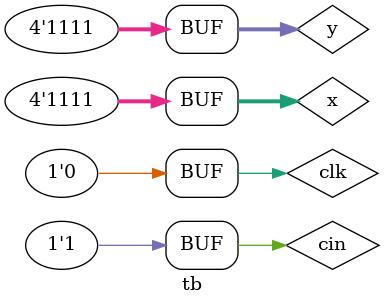
<source format=v>
`timescale 1ns / 1ps

`include "top.v"

module tb;

  reg clk;
  reg cin;
  reg [4:1] x;
  reg [4:1] y;

  wire cout;
  wire [4:1] z;

  
  toplevel top1(
    .clk  (clk ) ,
    .x    (x   ) ,
    .y    (y   ) ,
    .cin  (cin ) ,
    .cout (cout) ,
    .z    (z   )
  );

  initial begin 
    $dumpfile("test.vcd");
    $dumpvars(0,tb);
    clk=0;
    x=4'b0000; y=4'b0000; cin=0;
    // #3 cin=0;x=4'b0000;y=4'b0000; clk=~clk; #3 clk=~clk;
    // #3 cin=1;x=4'b0001;y=4'b0010; clk=~clk; #3 clk=~clk;
    // #3 cin=0;x=4'b0011;y=4'b0010; clk=~clk; #3 clk=~clk;
    // #3 cin=1;x=4'b0010;y=4'b0010; clk=~clk; #3 clk=~clk;
    // #3 clk=~clk; 

    #3 x=4'b0000; y=4'b0000; cin=0; clk=~clk; #3 clk=~clk;
    #3 x=4'b0000; y=4'b0000; cin=1; clk=~clk; #3 clk=~clk;
    #3 x=4'b0000; y=4'b0001; cin=0; clk=~clk; #3 clk=~clk;
    #3 x=4'b0000; y=4'b0001; cin=1; clk=~clk; #3 clk=~clk;
    #3 x=4'b0000; y=4'b0010; cin=0; clk=~clk; #3 clk=~clk;
    #3 x=4'b0000; y=4'b0010; cin=1; clk=~clk; #3 clk=~clk;
    #3 x=4'b0000; y=4'b0011; cin=0; clk=~clk; #3 clk=~clk;    
    #3 x=4'b0000; y=4'b0011; cin=1; clk=~clk; #3 clk=~clk;
    #3 x=4'b0000; y=4'b0100; cin=0; clk=~clk; #3 clk=~clk;
    #3 x=4'b0000; y=4'b0100; cin=1; clk=~clk; #3 clk=~clk;
    #3 x=4'b0000; y=4'b0101; cin=0; clk=~clk; #3 clk=~clk;
    #3 x=4'b0000; y=4'b0101; cin=1; clk=~clk; #3 clk=~clk;
    #3 x=4'b0000; y=4'b0110; cin=0; clk=~clk; #3 clk=~clk;
    #3 x=4'b0000; y=4'b0110; cin=1; clk=~clk; #3 clk=~clk;
    #3 x=4'b0000; y=4'b0111; cin=0; clk=~clk; #3 clk=~clk;
    #3 x=4'b0000; y=4'b0111; cin=1; clk=~clk; #3 clk=~clk;
    #3 x=4'b0000; y=4'b1000; cin=0; clk=~clk; #3 clk=~clk;
    #3 x=4'b0000; y=4'b1000; cin=1; clk=~clk; #3 clk=~clk;
    #3 x=4'b0000; y=4'b1001; cin=0; clk=~clk; #3 clk=~clk;
    #3 x=4'b0000; y=4'b1001; cin=1; clk=~clk; #3 clk=~clk;
    #3 x=4'b0000; y=4'b1010; cin=0; clk=~clk; #3 clk=~clk;
    #3 x=4'b0000; y=4'b1010; cin=1; clk=~clk; #3 clk=~clk;
    #3 x=4'b0000; y=4'b1011; cin=0; clk=~clk; #3 clk=~clk;
    #3 x=4'b0000; y=4'b1011; cin=1; clk=~clk; #3 clk=~clk;
    #3 x=4'b0000; y=4'b1100; cin=0; clk=~clk; #3 clk=~clk;
    #3 x=4'b0000; y=4'b1100; cin=1; clk=~clk; #3 clk=~clk;
    #3 x=4'b0000; y=4'b1101; cin=0; clk=~clk; #3 clk=~clk;
    #3 x=4'b0000; y=4'b1101; cin=1; clk=~clk; #3 clk=~clk;
    #3 x=4'b0000; y=4'b1110; cin=0; clk=~clk; #3 clk=~clk;    
    #3 x=4'b0000; y=4'b1110; cin=1; clk=~clk; #3 clk=~clk;
    #3 x=4'b0000; y=4'b1111; cin=0; clk=~clk; #3 clk=~clk;
    #3 x=4'b0000; y=4'b1111; cin=1; clk=~clk; #3 clk=~clk;
    #3 x=4'b0001; y=4'b0000; cin=0; clk=~clk; #3 clk=~clk;
    #3 x=4'b0001; y=4'b0000; cin=1; clk=~clk; #3 clk=~clk;
    #3 x=4'b0001; y=4'b0001; cin=0; clk=~clk; #3 clk=~clk;
    #3 x=4'b0001; y=4'b0001; cin=1; clk=~clk; #3 clk=~clk;
    #3 x=4'b0001; y=4'b0010; cin=0; clk=~clk; #3 clk=~clk;
    #3 x=4'b0001; y=4'b0010; cin=1; clk=~clk; #3 clk=~clk;
    #3 x=4'b0001; y=4'b0011; cin=0; clk=~clk; #3 clk=~clk;
    #3 x=4'b0001; y=4'b0011; cin=1; clk=~clk; #3 clk=~clk;
    #3 x=4'b0001; y=4'b0100; cin=0; clk=~clk; #3 clk=~clk;
    #3 x=4'b0001; y=4'b0100; cin=1; clk=~clk; #3 clk=~clk;
    #3 x=4'b0001; y=4'b0101; cin=0; clk=~clk; #3 clk=~clk;
    #3 x=4'b0001; y=4'b0101; cin=1; clk=~clk; #3 clk=~clk;
    #3 x=4'b0001; y=4'b0110; cin=0; clk=~clk; #3 clk=~clk;
    #3 x=4'b0001; y=4'b0110; cin=1; clk=~clk; #3 clk=~clk;
    #3 x=4'b0001; y=4'b0111; cin=0; clk=~clk; #3 clk=~clk;
    #3 x=4'b0001; y=4'b0111; cin=1; clk=~clk; #3 clk=~clk;
    #3 x=4'b0001; y=4'b1000; cin=0; clk=~clk; #3 clk=~clk;
    #3 x=4'b0001; y=4'b1000; cin=1; clk=~clk; #3 clk=~clk;
    #3 x=4'b0001; y=4'b1001; cin=0; clk=~clk; #3 clk=~clk;    
    #3 x=4'b0001; y=4'b1001; cin=1; clk=~clk; #3 clk=~clk;
    #3 x=4'b0001; y=4'b1010; cin=0; clk=~clk; #3 clk=~clk;
    #3 x=4'b0001; y=4'b1010; cin=1; clk=~clk; #3 clk=~clk;
    #3 x=4'b0001; y=4'b1011; cin=0; clk=~clk; #3 clk=~clk;
    #3 x=4'b0001; y=4'b1011; cin=1; clk=~clk; #3 clk=~clk;
    #3 x=4'b0001; y=4'b1100; cin=0; clk=~clk; #3 clk=~clk;
    #3 x=4'b0001; y=4'b1100; cin=1; clk=~clk; #3 clk=~clk;
    #3 x=4'b0001; y=4'b1101; cin=0; clk=~clk; #3 clk=~clk;
    #3 x=4'b0001; y=4'b1101; cin=1; clk=~clk; #3 clk=~clk;
    #3 x=4'b0001; y=4'b1110; cin=0; clk=~clk; #3 clk=~clk;
    #3 x=4'b0001; y=4'b1110; cin=1; clk=~clk; #3 clk=~clk;
    #3 x=4'b0001; y=4'b1111; cin=0; clk=~clk; #3 clk=~clk;
    #3 x=4'b0001; y=4'b1111; cin=1; clk=~clk; #3 clk=~clk;
    #3 x=4'b0010; y=4'b0000; cin=0; clk=~clk; #3 clk=~clk;
    #3 x=4'b0010; y=4'b0000; cin=1; clk=~clk; #3 clk=~clk;
    #3 x=4'b0010; y=4'b0001; cin=0; clk=~clk; #3 clk=~clk;
    #3 x=4'b0010; y=4'b0001; cin=1; clk=~clk; #3 clk=~clk;
    #3 x=4'b0010; y=4'b0010; cin=0; clk=~clk; #3 clk=~clk;
    #3 x=4'b0010; y=4'b0010; cin=1; clk=~clk; #3 clk=~clk;
    #3 x=4'b0010; y=4'b0011; cin=0; clk=~clk; #3 clk=~clk;    
    #3 x=4'b0010; y=4'b0011; cin=1; clk=~clk; #3 clk=~clk;
    #3 x=4'b0010; y=4'b0100; cin=0; clk=~clk; #3 clk=~clk;
    #3 x=4'b0010; y=4'b0100; cin=1; clk=~clk; #3 clk=~clk;
    #3 x=4'b0010; y=4'b0101; cin=0; clk=~clk; #3 clk=~clk;
    #3 x=4'b0010; y=4'b0101; cin=1; clk=~clk; #3 clk=~clk;
    #3 x=4'b0010; y=4'b0110; cin=0; clk=~clk; #3 clk=~clk;
    #3 x=4'b0010; y=4'b0110; cin=1; clk=~clk; #3 clk=~clk;
    #3 x=4'b0010; y=4'b0111; cin=0; clk=~clk; #3 clk=~clk;
    #3 x=4'b0010; y=4'b0111; cin=1; clk=~clk; #3 clk=~clk;
    #3 x=4'b0010; y=4'b1000; cin=0; clk=~clk; #3 clk=~clk;
    #3 x=4'b0010; y=4'b1000; cin=1; clk=~clk; #3 clk=~clk;
    #3 x=4'b0010; y=4'b1001; cin=0; clk=~clk; #3 clk=~clk;
    #3 x=4'b0010; y=4'b1001; cin=1; clk=~clk; #3 clk=~clk;
    #3 x=4'b0010; y=4'b1010; cin=0; clk=~clk; #3 clk=~clk;
    #3 x=4'b0010; y=4'b1010; cin=1; clk=~clk; #3 clk=~clk;
    #3 x=4'b0010; y=4'b1011; cin=0; clk=~clk; #3 clk=~clk;
    #3 x=4'b0010; y=4'b1011; cin=1; clk=~clk; #3 clk=~clk;
    #3 x=4'b0010; y=4'b1100; cin=0; clk=~clk; #3 clk=~clk;
    #3 x=4'b0010; y=4'b1100; cin=1; clk=~clk; #3 clk=~clk;
    #3 x=4'b0010; y=4'b1101; cin=0; clk=~clk; #3 clk=~clk;
    #3 x=4'b0010; y=4'b1101; cin=1; clk=~clk; #3 clk=~clk;
    #3 x=4'b0010; y=4'b1110; cin=0; clk=~clk; #3 clk=~clk;    
    #3 x=4'b0010; y=4'b1110; cin=1; clk=~clk; #3 clk=~clk;
    #3 x=4'b0010; y=4'b1111; cin=0; clk=~clk; #3 clk=~clk;
    #3 x=4'b0010; y=4'b1111; cin=1; clk=~clk; #3 clk=~clk;
    #3 x=4'b0011; y=4'b0000; cin=0; clk=~clk; #3 clk=~clk;
    #3 x=4'b0011; y=4'b0000; cin=1; clk=~clk; #3 clk=~clk;
    #3 x=4'b0011; y=4'b0001; cin=0; clk=~clk; #3 clk=~clk;
    #3 x=4'b0011; y=4'b0001; cin=1; clk=~clk; #3 clk=~clk;
    #3 x=4'b0011; y=4'b0010; cin=0; clk=~clk; #3 clk=~clk;
    #3 x=4'b0011; y=4'b0010; cin=1; clk=~clk; #3 clk=~clk;
    #3 x=4'b0011; y=4'b0011; cin=0; clk=~clk; #3 clk=~clk;
    #3 x=4'b0011; y=4'b0011; cin=1; clk=~clk; #3 clk=~clk;
    #3 x=4'b0011; y=4'b0100; cin=0; clk=~clk; #3 clk=~clk;
    #3 x=4'b0011; y=4'b0100; cin=1; clk=~clk; #3 clk=~clk;
    #3 x=4'b0011; y=4'b0101; cin=0; clk=~clk; #3 clk=~clk;
    #3 x=4'b0011; y=4'b0101; cin=1; clk=~clk; #3 clk=~clk;
    #3 x=4'b0011; y=4'b0110; cin=0; clk=~clk; #3 clk=~clk;
    #3 x=4'b0011; y=4'b0110; cin=1; clk=~clk; #3 clk=~clk;
    #3 x=4'b0011; y=4'b0111; cin=0; clk=~clk; #3 clk=~clk;
    #3 x=4'b0011; y=4'b0111; cin=1; clk=~clk; #3 clk=~clk;
    #3 x=4'b0011; y=4'b1000; cin=0; clk=~clk; #3 clk=~clk;
    #3 x=4'b0011; y=4'b1000; cin=1; clk=~clk; #3 clk=~clk;
    #3 x=4'b0011; y=4'b1001; cin=0; clk=~clk; #3 clk=~clk;    
    #3 x=4'b0011; y=4'b1001; cin=1; clk=~clk; #3 clk=~clk;
    #3 x=4'b0011; y=4'b1010; cin=0; clk=~clk; #3 clk=~clk;
    #3 x=4'b0011; y=4'b1010; cin=1; clk=~clk; #3 clk=~clk;
    #3 x=4'b0011; y=4'b1011; cin=0; clk=~clk; #3 clk=~clk;
    #3 x=4'b0011; y=4'b1011; cin=1; clk=~clk; #3 clk=~clk;
    #3 x=4'b0011; y=4'b1100; cin=0; clk=~clk; #3 clk=~clk;
    #3 x=4'b0011; y=4'b1100; cin=1; clk=~clk; #3 clk=~clk;
    #3 x=4'b0011; y=4'b1101; cin=0; clk=~clk; #3 clk=~clk;
    #3 x=4'b0011; y=4'b1101; cin=1; clk=~clk; #3 clk=~clk;
    #3 x=4'b0011; y=4'b1110; cin=0; clk=~clk; #3 clk=~clk;
    #3 x=4'b0011; y=4'b1110; cin=1; clk=~clk; #3 clk=~clk;
    #3 x=4'b0011; y=4'b1111; cin=0; clk=~clk; #3 clk=~clk;
    #3 x=4'b0011; y=4'b1111; cin=1; clk=~clk; #3 clk=~clk;
    #3 x=4'b0100; y=4'b0000; cin=0; clk=~clk; #3 clk=~clk;
    #3 x=4'b0100; y=4'b0000; cin=1; clk=~clk; #3 clk=~clk;
    #3 x=4'b0100; y=4'b0001; cin=0; clk=~clk; #3 clk=~clk;
    #3 x=4'b0100; y=4'b0001; cin=1; clk=~clk; #3 clk=~clk;
    #3 x=4'b0100; y=4'b0010; cin=0; clk=~clk; #3 clk=~clk;
    #3 x=4'b0100; y=4'b0010; cin=1; clk=~clk; #3 clk=~clk;
    #3 x=4'b0100; y=4'b0011; cin=0; clk=~clk; #3 clk=~clk;    
    #3 x=4'b0100; y=4'b0011; cin=1; clk=~clk; #3 clk=~clk;
    #3 x=4'b0100; y=4'b0100; cin=0; clk=~clk; #3 clk=~clk;
    #3 x=4'b0100; y=4'b0100; cin=1; clk=~clk; #3 clk=~clk;
    #3 x=4'b0100; y=4'b0101; cin=0; clk=~clk; #3 clk=~clk;
    #3 x=4'b0100; y=4'b0101; cin=1; clk=~clk; #3 clk=~clk;
    #3 x=4'b0100; y=4'b0110; cin=0; clk=~clk; #3 clk=~clk;
    #3 x=4'b0100; y=4'b0110; cin=1; clk=~clk; #3 clk=~clk;
    #3 x=4'b0100; y=4'b0111; cin=0; clk=~clk; #3 clk=~clk;
    #3 x=4'b0100; y=4'b0111; cin=1; clk=~clk; #3 clk=~clk;
    #3 x=4'b0100; y=4'b1000; cin=0; clk=~clk; #3 clk=~clk;
    #3 x=4'b0100; y=4'b1000; cin=1; clk=~clk; #3 clk=~clk;
    #3 x=4'b0100; y=4'b1001; cin=0; clk=~clk; #3 clk=~clk;
    #3 x=4'b0100; y=4'b1001; cin=1; clk=~clk; #3 clk=~clk;
    #3 x=4'b0100; y=4'b1010; cin=0; clk=~clk; #3 clk=~clk;
    #3 x=4'b0100; y=4'b1010; cin=1; clk=~clk; #3 clk=~clk;
    #3 x=4'b0100; y=4'b1011; cin=0; clk=~clk; #3 clk=~clk;
    #3 x=4'b0100; y=4'b1011; cin=1; clk=~clk; #3 clk=~clk;
    #3 x=4'b0100; y=4'b1100; cin=0; clk=~clk; #3 clk=~clk;
    #3 x=4'b0100; y=4'b1100; cin=1; clk=~clk; #3 clk=~clk;
    #3 x=4'b0100; y=4'b1101; cin=0; clk=~clk; #3 clk=~clk;
    #3 x=4'b0100; y=4'b1101; cin=1; clk=~clk; #3 clk=~clk;
    #3 x=4'b0100; y=4'b1110; cin=0; clk=~clk; #3 clk=~clk;    
    #3 x=4'b0100; y=4'b1110; cin=1; clk=~clk; #3 clk=~clk;
    #3 x=4'b0100; y=4'b1111; cin=0; clk=~clk; #3 clk=~clk;
    #3 x=4'b0100; y=4'b1111; cin=1; clk=~clk; #3 clk=~clk;
    #3 x=4'b0101; y=4'b0000; cin=0; clk=~clk; #3 clk=~clk;
    #3 x=4'b0101; y=4'b0000; cin=1; clk=~clk; #3 clk=~clk;
    #3 x=4'b0101; y=4'b0001; cin=0; clk=~clk; #3 clk=~clk;
    #3 x=4'b0101; y=4'b0001; cin=1; clk=~clk; #3 clk=~clk;
    #3 x=4'b0101; y=4'b0010; cin=0; clk=~clk; #3 clk=~clk;
    #3 x=4'b0101; y=4'b0010; cin=1; clk=~clk; #3 clk=~clk;
    #3 x=4'b0101; y=4'b0011; cin=0; clk=~clk; #3 clk=~clk;
    #3 x=4'b0101; y=4'b0011; cin=1; clk=~clk; #3 clk=~clk;
    #3 x=4'b0101; y=4'b0100; cin=0; clk=~clk; #3 clk=~clk;
    #3 x=4'b0101; y=4'b0100; cin=1; clk=~clk; #3 clk=~clk;
    #3 x=4'b0101; y=4'b0101; cin=0; clk=~clk; #3 clk=~clk;
    #3 x=4'b0101; y=4'b0101; cin=1; clk=~clk; #3 clk=~clk;
    #3 x=4'b0101; y=4'b0110; cin=0; clk=~clk; #3 clk=~clk;
    #3 x=4'b0101; y=4'b0110; cin=1; clk=~clk; #3 clk=~clk;
    #3 x=4'b0101; y=4'b0111; cin=0; clk=~clk; #3 clk=~clk;
    #3 x=4'b0101; y=4'b0111; cin=1; clk=~clk; #3 clk=~clk;
    #3 x=4'b0101; y=4'b1000; cin=0; clk=~clk; #3 clk=~clk;
    #3 x=4'b0101; y=4'b1000; cin=1; clk=~clk; #3 clk=~clk;
    #3 x=4'b0101; y=4'b1001; cin=0; clk=~clk; #3 clk=~clk;    
    #3 x=4'b0101; y=4'b1001; cin=1; clk=~clk; #3 clk=~clk;
    #3 x=4'b0101; y=4'b1010; cin=0; clk=~clk; #3 clk=~clk;
    #3 x=4'b0101; y=4'b1010; cin=1; clk=~clk; #3 clk=~clk;
    #3 x=4'b0101; y=4'b1011; cin=0; clk=~clk; #3 clk=~clk;
    #3 x=4'b0101; y=4'b1011; cin=1; clk=~clk; #3 clk=~clk;
    #3 x=4'b0101; y=4'b1100; cin=0; clk=~clk; #3 clk=~clk;
    #3 x=4'b0101; y=4'b1100; cin=1; clk=~clk; #3 clk=~clk;
    #3 x=4'b0101; y=4'b1101; cin=0; clk=~clk; #3 clk=~clk;
    #3 x=4'b0101; y=4'b1101; cin=1; clk=~clk; #3 clk=~clk;
    #3 x=4'b0101; y=4'b1110; cin=0; clk=~clk; #3 clk=~clk;
    #3 x=4'b0101; y=4'b1110; cin=1; clk=~clk; #3 clk=~clk;
    #3 x=4'b0101; y=4'b1111; cin=0; clk=~clk; #3 clk=~clk;
    #3 x=4'b0101; y=4'b1111; cin=1; clk=~clk; #3 clk=~clk;
    #3 x=4'b0110; y=4'b0000; cin=0; clk=~clk; #3 clk=~clk;
    #3 x=4'b0110; y=4'b0000; cin=1; clk=~clk; #3 clk=~clk;
    #3 x=4'b0110; y=4'b0001; cin=0; clk=~clk; #3 clk=~clk;
    #3 x=4'b0110; y=4'b0001; cin=1; clk=~clk; #3 clk=~clk;
    #3 x=4'b0110; y=4'b0010; cin=0; clk=~clk; #3 clk=~clk;
    #3 x=4'b0110; y=4'b0010; cin=1; clk=~clk; #3 clk=~clk;
    #3 x=4'b0110; y=4'b0011; cin=0; clk=~clk; #3 clk=~clk;    
    #3 x=4'b0110; y=4'b0011; cin=1; clk=~clk; #3 clk=~clk;
    #3 x=4'b0110; y=4'b0100; cin=0; clk=~clk; #3 clk=~clk;
    #3 x=4'b0110; y=4'b0100; cin=1; clk=~clk; #3 clk=~clk;
    #3 x=4'b0110; y=4'b0101; cin=0; clk=~clk; #3 clk=~clk;
    #3 x=4'b0110; y=4'b0101; cin=1; clk=~clk; #3 clk=~clk;
    #3 x=4'b0110; y=4'b0110; cin=0; clk=~clk; #3 clk=~clk;
    #3 x=4'b0110; y=4'b0110; cin=1; clk=~clk; #3 clk=~clk;
    #3 x=4'b0110; y=4'b0111; cin=0; clk=~clk; #3 clk=~clk;
    #3 x=4'b0110; y=4'b0111; cin=1; clk=~clk; #3 clk=~clk;
    #3 x=4'b0110; y=4'b1000; cin=0; clk=~clk; #3 clk=~clk;
    #3 x=4'b0110; y=4'b1000; cin=1; clk=~clk; #3 clk=~clk;
    #3 x=4'b0110; y=4'b1001; cin=0; clk=~clk; #3 clk=~clk;
    #3 x=4'b0110; y=4'b1001; cin=1; clk=~clk; #3 clk=~clk;
    #3 x=4'b0110; y=4'b1010; cin=0; clk=~clk; #3 clk=~clk;
    #3 x=4'b0110; y=4'b1010; cin=1; clk=~clk; #3 clk=~clk;
    #3 x=4'b0110; y=4'b1011; cin=0; clk=~clk; #3 clk=~clk;
    #3 x=4'b0110; y=4'b1011; cin=1; clk=~clk; #3 clk=~clk;
    #3 x=4'b0110; y=4'b1100; cin=0; clk=~clk; #3 clk=~clk;
    #3 x=4'b0110; y=4'b1100; cin=1; clk=~clk; #3 clk=~clk;
    #3 x=4'b0110; y=4'b1101; cin=0; clk=~clk; #3 clk=~clk;
    #3 x=4'b0110; y=4'b1101; cin=1; clk=~clk; #3 clk=~clk;
    #3 x=4'b0110; y=4'b1110; cin=0; clk=~clk; #3 clk=~clk;    
    #3 x=4'b0110; y=4'b1110; cin=1; clk=~clk; #3 clk=~clk;
    #3 x=4'b0110; y=4'b1111; cin=0; clk=~clk; #3 clk=~clk;
    #3 x=4'b0110; y=4'b1111; cin=1; clk=~clk; #3 clk=~clk;
    #3 x=4'b0111; y=4'b0000; cin=0; clk=~clk; #3 clk=~clk;
    #3 x=4'b0111; y=4'b0000; cin=1; clk=~clk; #3 clk=~clk;
    #3 x=4'b0111; y=4'b0001; cin=0; clk=~clk; #3 clk=~clk;
    #3 x=4'b0111; y=4'b0001; cin=1; clk=~clk; #3 clk=~clk;
    #3 x=4'b0111; y=4'b0010; cin=0; clk=~clk; #3 clk=~clk;
    #3 x=4'b0111; y=4'b0010; cin=1; clk=~clk; #3 clk=~clk;
    #3 x=4'b0111; y=4'b0011; cin=0; clk=~clk; #3 clk=~clk;
    #3 x=4'b0111; y=4'b0011; cin=1; clk=~clk; #3 clk=~clk;
    #3 x=4'b0111; y=4'b0100; cin=0; clk=~clk; #3 clk=~clk;
    #3 x=4'b0111; y=4'b0100; cin=1; clk=~clk; #3 clk=~clk;
    #3 x=4'b0111; y=4'b0101; cin=0; clk=~clk; #3 clk=~clk;
    #3 x=4'b0111; y=4'b0101; cin=1; clk=~clk; #3 clk=~clk;
    #3 x=4'b0111; y=4'b0110; cin=0; clk=~clk; #3 clk=~clk;
    #3 x=4'b0111; y=4'b0110; cin=1; clk=~clk; #3 clk=~clk;
    #3 x=4'b0111; y=4'b0111; cin=0; clk=~clk; #3 clk=~clk;
    #3 x=4'b0111; y=4'b0111; cin=1; clk=~clk; #3 clk=~clk;
    #3 x=4'b0111; y=4'b1000; cin=0; clk=~clk; #3 clk=~clk;
    #3 x=4'b0111; y=4'b1000; cin=1; clk=~clk; #3 clk=~clk;
    #3 x=4'b0111; y=4'b1001; cin=0; clk=~clk; #3 clk=~clk;    
    #3 x=4'b0111; y=4'b1001; cin=1; clk=~clk; #3 clk=~clk;
    #3 x=4'b0111; y=4'b1010; cin=0; clk=~clk; #3 clk=~clk;
    #3 x=4'b0111; y=4'b1010; cin=1; clk=~clk; #3 clk=~clk;
    #3 x=4'b0111; y=4'b1011; cin=0; clk=~clk; #3 clk=~clk;
    #3 x=4'b0111; y=4'b1011; cin=1; clk=~clk; #3 clk=~clk;
    #3 x=4'b0111; y=4'b1100; cin=0; clk=~clk; #3 clk=~clk;
    #3 x=4'b0111; y=4'b1100; cin=1; clk=~clk; #3 clk=~clk;
    #3 x=4'b0111; y=4'b1101; cin=0; clk=~clk; #3 clk=~clk;
    #3 x=4'b0111; y=4'b1101; cin=1; clk=~clk; #3 clk=~clk;
    #3 x=4'b0111; y=4'b1110; cin=0; clk=~clk; #3 clk=~clk;
    #3 x=4'b0111; y=4'b1110; cin=1; clk=~clk; #3 clk=~clk;
    #3 x=4'b0111; y=4'b1111; cin=0; clk=~clk; #3 clk=~clk;
    #3 x=4'b0111; y=4'b1111; cin=1; clk=~clk; #3 clk=~clk;    
    #3 x=4'b1000; y=4'b0000; cin=0; clk=~clk; #3 clk=~clk;
    #3 x=4'b1000; y=4'b0000; cin=1; clk=~clk; #3 clk=~clk;
    #3 x=4'b1000; y=4'b0001; cin=0; clk=~clk; #3 clk=~clk;
    #3 x=4'b1000; y=4'b0001; cin=1; clk=~clk; #3 clk=~clk;
    #3 x=4'b1000; y=4'b0010; cin=0; clk=~clk; #3 clk=~clk;
    #3 x=4'b1000; y=4'b0010; cin=1; clk=~clk; #3 clk=~clk;
    #3 x=4'b1000; y=4'b0011; cin=0; clk=~clk; #3 clk=~clk;    
    #3 x=4'b1000; y=4'b0011; cin=1; clk=~clk; #3 clk=~clk;
    #3 x=4'b1000; y=4'b0100; cin=0; clk=~clk; #3 clk=~clk;
    #3 x=4'b1000; y=4'b0100; cin=1; clk=~clk; #3 clk=~clk;
    #3 x=4'b1000; y=4'b0101; cin=0; clk=~clk; #3 clk=~clk;
    #3 x=4'b1000; y=4'b0101; cin=1; clk=~clk; #3 clk=~clk;
    #3 x=4'b1000; y=4'b0110; cin=0; clk=~clk; #3 clk=~clk;
    #3 x=4'b1000; y=4'b0110; cin=1; clk=~clk; #3 clk=~clk;
    #3 x=4'b1000; y=4'b0111; cin=0; clk=~clk; #3 clk=~clk;
    #3 x=4'b1000; y=4'b0111; cin=1; clk=~clk; #3 clk=~clk;
    #3 x=4'b1000; y=4'b1000; cin=0; clk=~clk; #3 clk=~clk;
    #3 x=4'b1000; y=4'b1000; cin=1; clk=~clk; #3 clk=~clk;
    #3 x=4'b1000; y=4'b1001; cin=0; clk=~clk; #3 clk=~clk;
    #3 x=4'b1000; y=4'b1001; cin=1; clk=~clk; #3 clk=~clk;
    #3 x=4'b1000; y=4'b1010; cin=0; clk=~clk; #3 clk=~clk;
    #3 x=4'b1000; y=4'b1010; cin=1; clk=~clk; #3 clk=~clk;
    #3 x=4'b1000; y=4'b1011; cin=0; clk=~clk; #3 clk=~clk;
    #3 x=4'b1000; y=4'b1011; cin=1; clk=~clk; #3 clk=~clk;
    #3 x=4'b1000; y=4'b1100; cin=0; clk=~clk; #3 clk=~clk;
    #3 x=4'b1000; y=4'b1100; cin=1; clk=~clk; #3 clk=~clk;
    #3 x=4'b1000; y=4'b1101; cin=0; clk=~clk; #3 clk=~clk;
    #3 x=4'b1000; y=4'b1101; cin=1; clk=~clk; #3 clk=~clk;
    #3 x=4'b1000; y=4'b1110; cin=0; clk=~clk; #3 clk=~clk;    
    #3 x=4'b1000; y=4'b1110; cin=1; clk=~clk; #3 clk=~clk;
    #3 x=4'b1000; y=4'b1111; cin=0; clk=~clk; #3 clk=~clk;
    #3 x=4'b1000; y=4'b1111; cin=1; clk=~clk; #3 clk=~clk;
    #3 x=4'b1001; y=4'b0000; cin=0; clk=~clk; #3 clk=~clk;
    #3 x=4'b1001; y=4'b0000; cin=1; clk=~clk; #3 clk=~clk;
    #3 x=4'b1001; y=4'b0001; cin=0; clk=~clk; #3 clk=~clk;
    #3 x=4'b1001; y=4'b0001; cin=1; clk=~clk; #3 clk=~clk;
    #3 x=4'b1001; y=4'b0010; cin=0; clk=~clk; #3 clk=~clk;
    #3 x=4'b1001; y=4'b0010; cin=1; clk=~clk; #3 clk=~clk;
    #3 x=4'b1001; y=4'b0011; cin=0; clk=~clk; #3 clk=~clk;
    #3 x=4'b1001; y=4'b0011; cin=1; clk=~clk; #3 clk=~clk;
    #3 x=4'b1001; y=4'b0100; cin=0; clk=~clk; #3 clk=~clk;
    #3 x=4'b1001; y=4'b0100; cin=1; clk=~clk; #3 clk=~clk;
    #3 x=4'b1001; y=4'b0101; cin=0; clk=~clk; #3 clk=~clk;
    #3 x=4'b1001; y=4'b0101; cin=1; clk=~clk; #3 clk=~clk;
    #3 x=4'b1001; y=4'b0110; cin=0; clk=~clk; #3 clk=~clk;
    #3 x=4'b1001; y=4'b0110; cin=1; clk=~clk; #3 clk=~clk;
    #3 x=4'b1001; y=4'b0111; cin=0; clk=~clk; #3 clk=~clk;
    #3 x=4'b1001; y=4'b0111; cin=1; clk=~clk; #3 clk=~clk;
    #3 x=4'b1001; y=4'b1000; cin=0; clk=~clk; #3 clk=~clk;
    #3 x=4'b1001; y=4'b1000; cin=1; clk=~clk; #3 clk=~clk;
    #3 x=4'b1001; y=4'b1001; cin=0; clk=~clk; #3 clk=~clk;    
    #3 x=4'b1001; y=4'b1001; cin=1; clk=~clk; #3 clk=~clk;
    #3 x=4'b1001; y=4'b1010; cin=0; clk=~clk; #3 clk=~clk;
    #3 x=4'b1001; y=4'b1010; cin=1; clk=~clk; #3 clk=~clk;
    #3 x=4'b1001; y=4'b1011; cin=0; clk=~clk; #3 clk=~clk;
    #3 x=4'b1001; y=4'b1011; cin=1; clk=~clk; #3 clk=~clk;
    #3 x=4'b1001; y=4'b1100; cin=0; clk=~clk; #3 clk=~clk;
    #3 x=4'b1001; y=4'b1100; cin=1; clk=~clk; #3 clk=~clk;
    #3 x=4'b1001; y=4'b1101; cin=0; clk=~clk; #3 clk=~clk;
    #3 x=4'b1001; y=4'b1101; cin=1; clk=~clk; #3 clk=~clk;
    #3 x=4'b1001; y=4'b1110; cin=0; clk=~clk; #3 clk=~clk;
    #3 x=4'b1001; y=4'b1110; cin=1; clk=~clk; #3 clk=~clk;
    #3 x=4'b1001; y=4'b1111; cin=0; clk=~clk; #3 clk=~clk;
    #3 x=4'b1001; y=4'b1111; cin=1; clk=~clk; #3 clk=~clk;
    #3 x=4'b1010; y=4'b0000; cin=0; clk=~clk; #3 clk=~clk;
    #3 x=4'b1010; y=4'b0000; cin=1; clk=~clk; #3 clk=~clk;
    #3 x=4'b1010; y=4'b0001; cin=0; clk=~clk; #3 clk=~clk;
    #3 x=4'b1010; y=4'b0001; cin=1; clk=~clk; #3 clk=~clk;
    #3 x=4'b1010; y=4'b0010; cin=0; clk=~clk; #3 clk=~clk;
    #3 x=4'b1010; y=4'b0010; cin=1; clk=~clk; #3 clk=~clk;
    #3 x=4'b1010; y=4'b0011; cin=0; clk=~clk; #3 clk=~clk;    
    #3 x=4'b1010; y=4'b0011; cin=1; clk=~clk; #3 clk=~clk;
    #3 x=4'b1010; y=4'b0100; cin=0; clk=~clk; #3 clk=~clk;
    #3 x=4'b1010; y=4'b0100; cin=1; clk=~clk; #3 clk=~clk;
    #3 x=4'b1010; y=4'b0101; cin=0; clk=~clk; #3 clk=~clk;
    #3 x=4'b1010; y=4'b0101; cin=1; clk=~clk; #3 clk=~clk;
    #3 x=4'b1010; y=4'b0110; cin=0; clk=~clk; #3 clk=~clk;
    #3 x=4'b1010; y=4'b0110; cin=1; clk=~clk; #3 clk=~clk;
    #3 x=4'b1010; y=4'b0111; cin=0; clk=~clk; #3 clk=~clk;
    #3 x=4'b1010; y=4'b0111; cin=1; clk=~clk; #3 clk=~clk;
    #3 x=4'b1010; y=4'b1000; cin=0; clk=~clk; #3 clk=~clk;
    #3 x=4'b1010; y=4'b1000; cin=1; clk=~clk; #3 clk=~clk;
    #3 x=4'b1010; y=4'b1001; cin=0; clk=~clk; #3 clk=~clk;
    #3 x=4'b1010; y=4'b1001; cin=1; clk=~clk; #3 clk=~clk;
    #3 x=4'b1010; y=4'b1010; cin=0; clk=~clk; #3 clk=~clk;
    #3 x=4'b1010; y=4'b1010; cin=1; clk=~clk; #3 clk=~clk;
    #3 x=4'b1010; y=4'b1011; cin=0; clk=~clk; #3 clk=~clk;
    #3 x=4'b1010; y=4'b1011; cin=1; clk=~clk; #3 clk=~clk;
    #3 x=4'b1010; y=4'b1100; cin=0; clk=~clk; #3 clk=~clk;
    #3 x=4'b1010; y=4'b1100; cin=1; clk=~clk; #3 clk=~clk;
    #3 x=4'b1010; y=4'b1101; cin=0; clk=~clk; #3 clk=~clk;
    #3 x=4'b1010; y=4'b1101; cin=1; clk=~clk; #3 clk=~clk;
    #3 x=4'b1010; y=4'b1110; cin=0; clk=~clk; #3 clk=~clk;    
    #3 x=4'b1010; y=4'b1110; cin=1; clk=~clk; #3 clk=~clk;
    #3 x=4'b1010; y=4'b1111; cin=0; clk=~clk; #3 clk=~clk;
    #3 x=4'b1010; y=4'b1111; cin=1; clk=~clk; #3 clk=~clk;
    #3 x=4'b1011; y=4'b0000; cin=0; clk=~clk; #3 clk=~clk;
    #3 x=4'b1011; y=4'b0000; cin=1; clk=~clk; #3 clk=~clk;
    #3 x=4'b1011; y=4'b0001; cin=0; clk=~clk; #3 clk=~clk;
    #3 x=4'b1011; y=4'b0001; cin=1; clk=~clk; #3 clk=~clk;
    #3 x=4'b1011; y=4'b0010; cin=0; clk=~clk; #3 clk=~clk;
    #3 x=4'b1011; y=4'b0010; cin=1; clk=~clk; #3 clk=~clk;
    #3 x=4'b1011; y=4'b0011; cin=0; clk=~clk; #3 clk=~clk;
    #3 x=4'b1011; y=4'b0011; cin=1; clk=~clk; #3 clk=~clk;
    #3 x=4'b1011; y=4'b0100; cin=0; clk=~clk; #3 clk=~clk;
    #3 x=4'b1011; y=4'b0100; cin=1; clk=~clk; #3 clk=~clk;
    #3 x=4'b1011; y=4'b0101; cin=0; clk=~clk; #3 clk=~clk;
    #3 x=4'b1011; y=4'b0101; cin=1; clk=~clk; #3 clk=~clk;
    #3 x=4'b1011; y=4'b0110; cin=0; clk=~clk; #3 clk=~clk;
    #3 x=4'b1011; y=4'b0110; cin=1; clk=~clk; #3 clk=~clk;
    #3 x=4'b1011; y=4'b0111; cin=0; clk=~clk; #3 clk=~clk;
    #3 x=4'b1011; y=4'b0111; cin=1; clk=~clk; #3 clk=~clk;
    #3 x=4'b1011; y=4'b1000; cin=0; clk=~clk; #3 clk=~clk;
    #3 x=4'b1011; y=4'b1000; cin=1; clk=~clk; #3 clk=~clk;
    #3 x=4'b1011; y=4'b1001; cin=0; clk=~clk; #3 clk=~clk;    
    #3 x=4'b1011; y=4'b1001; cin=1; clk=~clk; #3 clk=~clk;
    #3 x=4'b1011; y=4'b1010; cin=0; clk=~clk; #3 clk=~clk;
    #3 x=4'b1011; y=4'b1010; cin=1; clk=~clk; #3 clk=~clk;
    #3 x=4'b1011; y=4'b1011; cin=0; clk=~clk; #3 clk=~clk;
    #3 x=4'b1011; y=4'b1011; cin=1; clk=~clk; #3 clk=~clk;
    #3 x=4'b1011; y=4'b1100; cin=0; clk=~clk; #3 clk=~clk;
    #3 x=4'b1011; y=4'b1100; cin=1; clk=~clk; #3 clk=~clk;
    #3 x=4'b1011; y=4'b1101; cin=0; clk=~clk; #3 clk=~clk;
    #3 x=4'b1011; y=4'b1101; cin=1; clk=~clk; #3 clk=~clk;
    #3 x=4'b1011; y=4'b1110; cin=0; clk=~clk; #3 clk=~clk;
    #3 x=4'b1011; y=4'b1110; cin=1; clk=~clk; #3 clk=~clk;
    #3 x=4'b1011; y=4'b1111; cin=0; clk=~clk; #3 clk=~clk;
    #3 x=4'b1011; y=4'b1111; cin=1; clk=~clk; #3 clk=~clk;
    #3 x=4'b1100; y=4'b0000; cin=0; clk=~clk; #3 clk=~clk;
    #3 x=4'b1100; y=4'b0000; cin=1; clk=~clk; #3 clk=~clk;
    #3 x=4'b1100; y=4'b0001; cin=0; clk=~clk; #3 clk=~clk;
    #3 x=4'b1100; y=4'b0001; cin=1; clk=~clk; #3 clk=~clk;
    #3 x=4'b1100; y=4'b0010; cin=0; clk=~clk; #3 clk=~clk;
    #3 x=4'b1100; y=4'b0010; cin=1; clk=~clk; #3 clk=~clk;
    #3 x=4'b1100; y=4'b0011; cin=0; clk=~clk; #3 clk=~clk;    
    #3 x=4'b1100; y=4'b0011; cin=1; clk=~clk; #3 clk=~clk;
    #3 x=4'b1100; y=4'b0100; cin=0; clk=~clk; #3 clk=~clk;
    #3 x=4'b1100; y=4'b0100; cin=1; clk=~clk; #3 clk=~clk;
    #3 x=4'b1100; y=4'b0101; cin=0; clk=~clk; #3 clk=~clk;
    #3 x=4'b1100; y=4'b0101; cin=1; clk=~clk; #3 clk=~clk;
    #3 x=4'b1100; y=4'b0110; cin=0; clk=~clk; #3 clk=~clk;
    #3 x=4'b1100; y=4'b0110; cin=1; clk=~clk; #3 clk=~clk;
    #3 x=4'b1100; y=4'b0111; cin=0; clk=~clk; #3 clk=~clk;
    #3 x=4'b1100; y=4'b0111; cin=1; clk=~clk; #3 clk=~clk;
    #3 x=4'b1100; y=4'b1000; cin=0; clk=~clk; #3 clk=~clk;
    #3 x=4'b1100; y=4'b1000; cin=1; clk=~clk; #3 clk=~clk;
    #3 x=4'b1100; y=4'b1001; cin=0; clk=~clk; #3 clk=~clk;
    #3 x=4'b1100; y=4'b1001; cin=1; clk=~clk; #3 clk=~clk;
    #3 x=4'b1100; y=4'b1010; cin=0; clk=~clk; #3 clk=~clk;
    #3 x=4'b1100; y=4'b1010; cin=1; clk=~clk; #3 clk=~clk;
    #3 x=4'b1100; y=4'b1011; cin=0; clk=~clk; #3 clk=~clk;
    #3 x=4'b1100; y=4'b1011; cin=1; clk=~clk; #3 clk=~clk;
    #3 x=4'b1100; y=4'b1100; cin=0; clk=~clk; #3 clk=~clk;
    #3 x=4'b1100; y=4'b1100; cin=1; clk=~clk; #3 clk=~clk;
    #3 x=4'b1100; y=4'b1101; cin=0; clk=~clk; #3 clk=~clk;
    #3 x=4'b1100; y=4'b1101; cin=1; clk=~clk; #3 clk=~clk;
    #3 x=4'b1100; y=4'b1110; cin=0; clk=~clk; #3 clk=~clk;    
    #3 x=4'b1100; y=4'b1110; cin=1; clk=~clk; #3 clk=~clk;
    #3 x=4'b1100; y=4'b1111; cin=0; clk=~clk; #3 clk=~clk;
    #3 x=4'b1100; y=4'b1111; cin=1; clk=~clk; #3 clk=~clk;
    #3 x=4'b1101; y=4'b0000; cin=0; clk=~clk; #3 clk=~clk;
    #3 x=4'b1101; y=4'b0000; cin=1; clk=~clk; #3 clk=~clk;
    #3 x=4'b1101; y=4'b0001; cin=0; clk=~clk; #3 clk=~clk;
    #3 x=4'b1101; y=4'b0001; cin=1; clk=~clk; #3 clk=~clk;
    #3 x=4'b1101; y=4'b0010; cin=0; clk=~clk; #3 clk=~clk;
    #3 x=4'b1101; y=4'b0010; cin=1; clk=~clk; #3 clk=~clk;
    #3 x=4'b1101; y=4'b0011; cin=0; clk=~clk; #3 clk=~clk;
    #3 x=4'b1101; y=4'b0011; cin=1; clk=~clk; #3 clk=~clk;
    #3 x=4'b1101; y=4'b0100; cin=0; clk=~clk; #3 clk=~clk;
    #3 x=4'b1101; y=4'b0100; cin=1; clk=~clk; #3 clk=~clk;
    #3 x=4'b1101; y=4'b0101; cin=0; clk=~clk; #3 clk=~clk;
    #3 x=4'b1101; y=4'b0101; cin=1; clk=~clk; #3 clk=~clk;
    #3 x=4'b1101; y=4'b0110; cin=0; clk=~clk; #3 clk=~clk;
    #3 x=4'b1101; y=4'b0110; cin=1; clk=~clk; #3 clk=~clk;
    #3 x=4'b1101; y=4'b0111; cin=0; clk=~clk; #3 clk=~clk;
    #3 x=4'b1101; y=4'b0111; cin=1; clk=~clk; #3 clk=~clk;
    #3 x=4'b1101; y=4'b1000; cin=0; clk=~clk; #3 clk=~clk;
    #3 x=4'b1101; y=4'b1000; cin=1; clk=~clk; #3 clk=~clk;
    #3 x=4'b1101; y=4'b1001; cin=0; clk=~clk; #3 clk=~clk;    
    #3 x=4'b1101; y=4'b1001; cin=1; clk=~clk; #3 clk=~clk;
    #3 x=4'b1101; y=4'b1010; cin=0; clk=~clk; #3 clk=~clk;
    #3 x=4'b1101; y=4'b1010; cin=1; clk=~clk; #3 clk=~clk;
    #3 x=4'b1101; y=4'b1011; cin=0; clk=~clk; #3 clk=~clk;
    #3 x=4'b1101; y=4'b1011; cin=1; clk=~clk; #3 clk=~clk;
    #3 x=4'b1101; y=4'b1100; cin=0; clk=~clk; #3 clk=~clk;
    #3 x=4'b1101; y=4'b1100; cin=1; clk=~clk; #3 clk=~clk;
    #3 x=4'b1101; y=4'b1101; cin=0; clk=~clk; #3 clk=~clk;
    #3 x=4'b1101; y=4'b1101; cin=1; clk=~clk; #3 clk=~clk;
    #3 x=4'b1101; y=4'b1110; cin=0; clk=~clk; #3 clk=~clk;
    #3 x=4'b1101; y=4'b1110; cin=1; clk=~clk; #3 clk=~clk;
    #3 x=4'b1101; y=4'b1111; cin=0; clk=~clk; #3 clk=~clk;
    #3 x=4'b1101; y=4'b1111; cin=1; clk=~clk; #3 clk=~clk;
    #3 x=4'b1110; y=4'b0000; cin=0; clk=~clk; #3 clk=~clk;
    #3 x=4'b1110; y=4'b0000; cin=1; clk=~clk; #3 clk=~clk;
    #3 x=4'b1110; y=4'b0001; cin=0; clk=~clk; #3 clk=~clk;
    #3 x=4'b1110; y=4'b0001; cin=1; clk=~clk; #3 clk=~clk;
    #3 x=4'b1110; y=4'b0010; cin=0; clk=~clk; #3 clk=~clk;
    #3 x=4'b1110; y=4'b0010; cin=1; clk=~clk; #3 clk=~clk;
    #3 x=4'b1110; y=4'b0011; cin=0; clk=~clk; #3 clk=~clk;    
    #3 x=4'b1110; y=4'b0011; cin=1; clk=~clk; #3 clk=~clk;
    #3 x=4'b1110; y=4'b0100; cin=0; clk=~clk; #3 clk=~clk;
    #3 x=4'b1110; y=4'b0100; cin=1; clk=~clk; #3 clk=~clk;
    #3 x=4'b1110; y=4'b0101; cin=0; clk=~clk; #3 clk=~clk;
    #3 x=4'b1110; y=4'b0101; cin=1; clk=~clk; #3 clk=~clk;
    #3 x=4'b1110; y=4'b0110; cin=0; clk=~clk; #3 clk=~clk;
    #3 x=4'b1110; y=4'b0110; cin=1; clk=~clk; #3 clk=~clk;
    #3 x=4'b1110; y=4'b0111; cin=0; clk=~clk; #3 clk=~clk;
    #3 x=4'b1110; y=4'b0111; cin=1; clk=~clk; #3 clk=~clk;
    #3 x=4'b1110; y=4'b1000; cin=0; clk=~clk; #3 clk=~clk;
    #3 x=4'b1110; y=4'b1000; cin=1; clk=~clk; #3 clk=~clk;
    #3 x=4'b1110; y=4'b1001; cin=0; clk=~clk; #3 clk=~clk;
    #3 x=4'b1110; y=4'b1001; cin=1; clk=~clk; #3 clk=~clk;
    #3 x=4'b1110; y=4'b1010; cin=0; clk=~clk; #3 clk=~clk;
    #3 x=4'b1110; y=4'b1010; cin=1; clk=~clk; #3 clk=~clk;
    #3 x=4'b1110; y=4'b1011; cin=0; clk=~clk; #3 clk=~clk;
    #3 x=4'b1110; y=4'b1011; cin=1; clk=~clk; #3 clk=~clk;
    #3 x=4'b1110; y=4'b1100; cin=0; clk=~clk; #3 clk=~clk;
    #3 x=4'b1110; y=4'b1100; cin=1; clk=~clk; #3 clk=~clk;
    #3 x=4'b1110; y=4'b1101; cin=0; clk=~clk; #3 clk=~clk;
    #3 x=4'b1110; y=4'b1101; cin=1; clk=~clk; #3 clk=~clk;
    #3 x=4'b1110; y=4'b1110; cin=0; clk=~clk; #3 clk=~clk;    
    #3 x=4'b1110; y=4'b1110; cin=1; clk=~clk; #3 clk=~clk;
    #3 x=4'b1110; y=4'b1111; cin=0; clk=~clk; #3 clk=~clk;
    #3 x=4'b1110; y=4'b1111; cin=1; clk=~clk; #3 clk=~clk;
    #3 x=4'b1111; y=4'b0000; cin=0; clk=~clk; #3 clk=~clk;
    #3 x=4'b1111; y=4'b0000; cin=1; clk=~clk; #3 clk=~clk;
    #3 x=4'b1111; y=4'b0001; cin=0; clk=~clk; #3 clk=~clk;
    #3 x=4'b1111; y=4'b0001; cin=1; clk=~clk; #3 clk=~clk;
    #3 x=4'b1111; y=4'b0010; cin=0; clk=~clk; #3 clk=~clk;
    #3 x=4'b1111; y=4'b0010; cin=1; clk=~clk; #3 clk=~clk;
    #3 x=4'b1111; y=4'b0011; cin=0; clk=~clk; #3 clk=~clk;
    #3 x=4'b1111; y=4'b0011; cin=1; clk=~clk; #3 clk=~clk;
    #3 x=4'b1111; y=4'b0100; cin=0; clk=~clk; #3 clk=~clk;
    #3 x=4'b1111; y=4'b0100; cin=1; clk=~clk; #3 clk=~clk;
    #3 x=4'b1111; y=4'b0101; cin=0; clk=~clk; #3 clk=~clk;
    #3 x=4'b1111; y=4'b0101; cin=1; clk=~clk; #3 clk=~clk;
    #3 x=4'b1111; y=4'b0110; cin=0; clk=~clk; #3 clk=~clk;
    #3 x=4'b1111; y=4'b0110; cin=1; clk=~clk; #3 clk=~clk;
    #3 x=4'b1111; y=4'b0111; cin=0; clk=~clk; #3 clk=~clk;
    #3 x=4'b1111; y=4'b0111; cin=1; clk=~clk; #3 clk=~clk;
    #3 x=4'b1111; y=4'b1000; cin=0; clk=~clk; #3 clk=~clk;
    #3 x=4'b1111; y=4'b1000; cin=1; clk=~clk; #3 clk=~clk;
    #3 x=4'b1111; y=4'b1001; cin=0; clk=~clk; #3 clk=~clk;    
    #3 x=4'b1111; y=4'b1001; cin=1; clk=~clk; #3 clk=~clk;
    #3 x=4'b1111; y=4'b1010; cin=0; clk=~clk; #3 clk=~clk;
    #3 x=4'b1111; y=4'b1010; cin=1; clk=~clk; #3 clk=~clk;
    #3 x=4'b1111; y=4'b1011; cin=0; clk=~clk; #3 clk=~clk;
    #3 x=4'b1111; y=4'b1011; cin=1; clk=~clk; #3 clk=~clk;
    #3 x=4'b1111; y=4'b1100; cin=0; clk=~clk; #3 clk=~clk;
    #3 x=4'b1111; y=4'b1100; cin=1; clk=~clk; #3 clk=~clk;
    #3 x=4'b1111; y=4'b1101; cin=0; clk=~clk; #3 clk=~clk;
    #3 x=4'b1111; y=4'b1101; cin=1; clk=~clk; #3 clk=~clk;
    #3 x=4'b1111; y=4'b1110; cin=0; clk=~clk; #3 clk=~clk;
    #3 x=4'b1111; y=4'b1110; cin=1; clk=~clk; #3 clk=~clk;
    #3 x=4'b1111; y=4'b1111; cin=0; clk=~clk; #3 clk=~clk;
    #3 x=4'b1111; y=4'b1111; cin=1; clk=~clk; #3 clk=~clk;  
  end 
  
  initial 
		$monitor("clk=%b x=%b y=%b cin=%b cout=%b z=%b",clk,x,y,cin,cout,z);
endmodule

</source>
